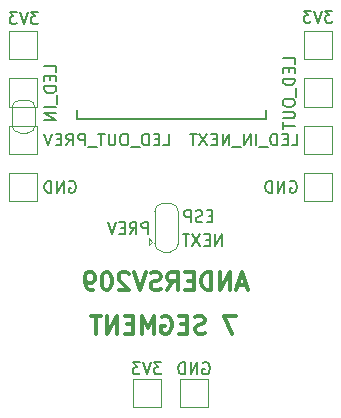
<source format=gbr>
G04 #@! TF.GenerationSoftware,KiCad,Pcbnew,(5.0.1)-4*
G04 #@! TF.CreationDate,2019-08-10T21:26:31+02:00*
G04 #@! TF.ProjectId,7segment_mini_module,377365676D656E745F6D696E695F6D6F,rev?*
G04 #@! TF.SameCoordinates,Original*
G04 #@! TF.FileFunction,Legend,Bot*
G04 #@! TF.FilePolarity,Positive*
%FSLAX46Y46*%
G04 Gerber Fmt 4.6, Leading zero omitted, Abs format (unit mm)*
G04 Created by KiCad (PCBNEW (5.0.1)-4) date 10-08-2019 21:26:31*
%MOMM*%
%LPD*%
G01*
G04 APERTURE LIST*
%ADD10C,0.300000*%
%ADD11C,0.200000*%
%ADD12C,0.152400*%
%ADD13C,0.120000*%
%ADD14C,0.150000*%
G04 APERTURE END LIST*
D10*
X96907142Y-110778571D02*
X95907142Y-110778571D01*
X96550000Y-112278571D01*
X94264285Y-112207142D02*
X94050000Y-112278571D01*
X93692857Y-112278571D01*
X93550000Y-112207142D01*
X93478571Y-112135714D01*
X93407142Y-111992857D01*
X93407142Y-111850000D01*
X93478571Y-111707142D01*
X93550000Y-111635714D01*
X93692857Y-111564285D01*
X93978571Y-111492857D01*
X94121428Y-111421428D01*
X94192857Y-111350000D01*
X94264285Y-111207142D01*
X94264285Y-111064285D01*
X94192857Y-110921428D01*
X94121428Y-110850000D01*
X93978571Y-110778571D01*
X93621428Y-110778571D01*
X93407142Y-110850000D01*
X92764285Y-111492857D02*
X92264285Y-111492857D01*
X92050000Y-112278571D02*
X92764285Y-112278571D01*
X92764285Y-110778571D01*
X92050000Y-110778571D01*
X90621428Y-110850000D02*
X90764285Y-110778571D01*
X90978571Y-110778571D01*
X91192857Y-110850000D01*
X91335714Y-110992857D01*
X91407142Y-111135714D01*
X91478571Y-111421428D01*
X91478571Y-111635714D01*
X91407142Y-111921428D01*
X91335714Y-112064285D01*
X91192857Y-112207142D01*
X90978571Y-112278571D01*
X90835714Y-112278571D01*
X90621428Y-112207142D01*
X90550000Y-112135714D01*
X90550000Y-111635714D01*
X90835714Y-111635714D01*
X89907142Y-112278571D02*
X89907142Y-110778571D01*
X89407142Y-111850000D01*
X88907142Y-110778571D01*
X88907142Y-112278571D01*
X88192857Y-111492857D02*
X87692857Y-111492857D01*
X87478571Y-112278571D02*
X88192857Y-112278571D01*
X88192857Y-110778571D01*
X87478571Y-110778571D01*
X86835714Y-112278571D02*
X86835714Y-110778571D01*
X85978571Y-112278571D01*
X85978571Y-110778571D01*
X85478571Y-110778571D02*
X84621428Y-110778571D01*
X85050000Y-112278571D02*
X85050000Y-110778571D01*
X97721428Y-108150000D02*
X97007142Y-108150000D01*
X97864285Y-108578571D02*
X97364285Y-107078571D01*
X96864285Y-108578571D01*
X96364285Y-108578571D02*
X96364285Y-107078571D01*
X95507142Y-108578571D01*
X95507142Y-107078571D01*
X94792857Y-108578571D02*
X94792857Y-107078571D01*
X94435714Y-107078571D01*
X94221428Y-107150000D01*
X94078571Y-107292857D01*
X94007142Y-107435714D01*
X93935714Y-107721428D01*
X93935714Y-107935714D01*
X94007142Y-108221428D01*
X94078571Y-108364285D01*
X94221428Y-108507142D01*
X94435714Y-108578571D01*
X94792857Y-108578571D01*
X93292857Y-107792857D02*
X92792857Y-107792857D01*
X92578571Y-108578571D02*
X93292857Y-108578571D01*
X93292857Y-107078571D01*
X92578571Y-107078571D01*
X91078571Y-108578571D02*
X91578571Y-107864285D01*
X91935714Y-108578571D02*
X91935714Y-107078571D01*
X91364285Y-107078571D01*
X91221428Y-107150000D01*
X91150000Y-107221428D01*
X91078571Y-107364285D01*
X91078571Y-107578571D01*
X91150000Y-107721428D01*
X91221428Y-107792857D01*
X91364285Y-107864285D01*
X91935714Y-107864285D01*
X90507142Y-108507142D02*
X90292857Y-108578571D01*
X89935714Y-108578571D01*
X89792857Y-108507142D01*
X89721428Y-108435714D01*
X89650000Y-108292857D01*
X89650000Y-108150000D01*
X89721428Y-108007142D01*
X89792857Y-107935714D01*
X89935714Y-107864285D01*
X90221428Y-107792857D01*
X90364285Y-107721428D01*
X90435714Y-107650000D01*
X90507142Y-107507142D01*
X90507142Y-107364285D01*
X90435714Y-107221428D01*
X90364285Y-107150000D01*
X90221428Y-107078571D01*
X89864285Y-107078571D01*
X89650000Y-107150000D01*
X89221428Y-107078571D02*
X88721428Y-108578571D01*
X88221428Y-107078571D01*
X87792857Y-107221428D02*
X87721428Y-107150000D01*
X87578571Y-107078571D01*
X87221428Y-107078571D01*
X87078571Y-107150000D01*
X87007142Y-107221428D01*
X86935714Y-107364285D01*
X86935714Y-107507142D01*
X87007142Y-107721428D01*
X87864285Y-108578571D01*
X86935714Y-108578571D01*
X86007142Y-107078571D02*
X85864285Y-107078571D01*
X85721428Y-107150000D01*
X85650000Y-107221428D01*
X85578571Y-107364285D01*
X85507142Y-107650000D01*
X85507142Y-108007142D01*
X85578571Y-108292857D01*
X85650000Y-108435714D01*
X85721428Y-108507142D01*
X85864285Y-108578571D01*
X86007142Y-108578571D01*
X86150000Y-108507142D01*
X86221428Y-108435714D01*
X86292857Y-108292857D01*
X86364285Y-108007142D01*
X86364285Y-107650000D01*
X86292857Y-107364285D01*
X86221428Y-107221428D01*
X86150000Y-107150000D01*
X86007142Y-107078571D01*
X84792857Y-108578571D02*
X84507142Y-108578571D01*
X84364285Y-108507142D01*
X84292857Y-108435714D01*
X84150000Y-108221428D01*
X84078571Y-107935714D01*
X84078571Y-107364285D01*
X84150000Y-107221428D01*
X84221428Y-107150000D01*
X84364285Y-107078571D01*
X84650000Y-107078571D01*
X84792857Y-107150000D01*
X84864285Y-107221428D01*
X84935714Y-107364285D01*
X84935714Y-107721428D01*
X84864285Y-107864285D01*
X84792857Y-107935714D01*
X84650000Y-108007142D01*
X84364285Y-108007142D01*
X84221428Y-107935714D01*
X84150000Y-107864285D01*
X84078571Y-107721428D01*
D11*
X89442857Y-103852380D02*
X89442857Y-102852380D01*
X89061904Y-102852380D01*
X88966666Y-102900000D01*
X88919047Y-102947619D01*
X88871428Y-103042857D01*
X88871428Y-103185714D01*
X88919047Y-103280952D01*
X88966666Y-103328571D01*
X89061904Y-103376190D01*
X89442857Y-103376190D01*
X87871428Y-103852380D02*
X88204761Y-103376190D01*
X88442857Y-103852380D02*
X88442857Y-102852380D01*
X88061904Y-102852380D01*
X87966666Y-102900000D01*
X87919047Y-102947619D01*
X87871428Y-103042857D01*
X87871428Y-103185714D01*
X87919047Y-103280952D01*
X87966666Y-103328571D01*
X88061904Y-103376190D01*
X88442857Y-103376190D01*
X87442857Y-103328571D02*
X87109523Y-103328571D01*
X86966666Y-103852380D02*
X87442857Y-103852380D01*
X87442857Y-102852380D01*
X86966666Y-102852380D01*
X86680952Y-102852380D02*
X86347619Y-103852380D01*
X86014285Y-102852380D01*
X95695238Y-104852380D02*
X95695238Y-103852380D01*
X95123809Y-104852380D01*
X95123809Y-103852380D01*
X94647619Y-104328571D02*
X94314285Y-104328571D01*
X94171428Y-104852380D02*
X94647619Y-104852380D01*
X94647619Y-103852380D01*
X94171428Y-103852380D01*
X93838095Y-103852380D02*
X93171428Y-104852380D01*
X93171428Y-103852380D02*
X93838095Y-104852380D01*
X92933333Y-103852380D02*
X92361904Y-103852380D01*
X92647619Y-104852380D02*
X92647619Y-103852380D01*
X94890476Y-102328571D02*
X94557142Y-102328571D01*
X94414285Y-102852380D02*
X94890476Y-102852380D01*
X94890476Y-101852380D01*
X94414285Y-101852380D01*
X94033333Y-102804761D02*
X93890476Y-102852380D01*
X93652380Y-102852380D01*
X93557142Y-102804761D01*
X93509523Y-102757142D01*
X93461904Y-102661904D01*
X93461904Y-102566666D01*
X93509523Y-102471428D01*
X93557142Y-102423809D01*
X93652380Y-102376190D01*
X93842857Y-102328571D01*
X93938095Y-102280952D01*
X93985714Y-102233333D01*
X94033333Y-102138095D01*
X94033333Y-102042857D01*
X93985714Y-101947619D01*
X93938095Y-101900000D01*
X93842857Y-101852380D01*
X93604761Y-101852380D01*
X93461904Y-101900000D01*
X93033333Y-102852380D02*
X93033333Y-101852380D01*
X92652380Y-101852380D01*
X92557142Y-101900000D01*
X92509523Y-101947619D01*
X92461904Y-102042857D01*
X92461904Y-102185714D01*
X92509523Y-102280952D01*
X92557142Y-102328571D01*
X92652380Y-102376190D01*
X93033333Y-102376190D01*
D12*
G04 #@! TO.C,U1*
X83414000Y-94121000D02*
X83414000Y-93359000D01*
X99416000Y-94121000D02*
X83414000Y-94121000D01*
X99416000Y-93359000D02*
X99416000Y-94121000D01*
D13*
G04 #@! TO.C,JP1*
X89800000Y-104500000D02*
X89500000Y-104200000D01*
X89500000Y-104800000D02*
X89500000Y-104200000D01*
X89800000Y-104500000D02*
X89500000Y-104800000D01*
X90700000Y-105350000D02*
X91300000Y-105350000D01*
X90000000Y-101900000D02*
X90000000Y-104700000D01*
X91300000Y-101250000D02*
X90700000Y-101250000D01*
X92000000Y-104700000D02*
X92000000Y-101900000D01*
X92000000Y-101950000D02*
G75*
G03X91300000Y-101250000I-700000J0D01*
G01*
X90700000Y-101250000D02*
G75*
G03X90000000Y-101950000I0J-700000D01*
G01*
X90000000Y-104650000D02*
G75*
G03X90700000Y-105350000I700000J0D01*
G01*
X91300000Y-105350000D02*
G75*
G03X92000000Y-104650000I0J700000D01*
G01*
G04 #@! TO.C,JP2*
X77900000Y-94600000D02*
G75*
G03X78600000Y-95300000I700000J0D01*
G01*
X79200000Y-95300000D02*
G75*
G03X79900000Y-94600000I0J700000D01*
G01*
X79900000Y-93200000D02*
G75*
G03X79200000Y-92500000I-700000J0D01*
G01*
X78600000Y-92500000D02*
G75*
G03X77900000Y-93200000I0J-700000D01*
G01*
X79200000Y-92500000D02*
X78600000Y-92500000D01*
X79900000Y-94600000D02*
X79900000Y-93200000D01*
X78600000Y-95300000D02*
X79200000Y-95300000D01*
X77900000Y-93200000D02*
X77900000Y-94600000D01*
G04 #@! TO.C,TP1*
X102600000Y-89075000D02*
X105000000Y-89075000D01*
X105000000Y-89075000D02*
X105000000Y-86675000D01*
X105000000Y-86675000D02*
X102600000Y-86675000D01*
X102600000Y-86675000D02*
X102600000Y-89075000D01*
G04 #@! TO.C,TP2*
X77650000Y-89075000D02*
X80050000Y-89075000D01*
X80050000Y-89075000D02*
X80050000Y-86675000D01*
X80050000Y-86675000D02*
X77650000Y-86675000D01*
X77650000Y-86675000D02*
X77650000Y-89075000D01*
G04 #@! TO.C,TP3*
X77650000Y-90675000D02*
X77650000Y-93075000D01*
X80050000Y-90675000D02*
X77650000Y-90675000D01*
X80050000Y-93075000D02*
X80050000Y-90675000D01*
X77650000Y-93075000D02*
X80050000Y-93075000D01*
G04 #@! TO.C,TP4*
X102600000Y-90675000D02*
X102600000Y-93075000D01*
X105000000Y-90675000D02*
X102600000Y-90675000D01*
X105000000Y-93075000D02*
X105000000Y-90675000D01*
X102600000Y-93075000D02*
X105000000Y-93075000D01*
G04 #@! TO.C,TP5*
X77650000Y-97075000D02*
X80050000Y-97075000D01*
X80050000Y-97075000D02*
X80050000Y-94675000D01*
X80050000Y-94675000D02*
X77650000Y-94675000D01*
X77650000Y-94675000D02*
X77650000Y-97075000D01*
G04 #@! TO.C,TP6*
X102600000Y-97075000D02*
X105000000Y-97075000D01*
X105000000Y-97075000D02*
X105000000Y-94675000D01*
X105000000Y-94675000D02*
X102600000Y-94675000D01*
X102600000Y-94675000D02*
X102600000Y-97075000D01*
G04 #@! TO.C,TP7*
X77650000Y-98675000D02*
X77650000Y-101075000D01*
X80050000Y-98675000D02*
X77650000Y-98675000D01*
X80050000Y-101075000D02*
X80050000Y-98675000D01*
X77650000Y-101075000D02*
X80050000Y-101075000D01*
G04 #@! TO.C,TP8*
X102600000Y-98675000D02*
X102600000Y-101075000D01*
X105000000Y-98675000D02*
X102600000Y-98675000D01*
X105000000Y-101075000D02*
X105000000Y-98675000D01*
X102600000Y-101075000D02*
X105000000Y-101075000D01*
G04 #@! TO.C,TP9*
X88130000Y-116125001D02*
X88130000Y-118525001D01*
X90530000Y-116125001D02*
X88130000Y-116125001D01*
X90530000Y-118525001D02*
X90530000Y-116125001D01*
X88130000Y-118525001D02*
X90530000Y-118525001D01*
G04 #@! TO.C,TP10*
X92130000Y-118525001D02*
X94530000Y-118525001D01*
X94530000Y-118525001D02*
X94530000Y-116125001D01*
X94530000Y-116125001D02*
X92130000Y-116125001D01*
X92130000Y-116125001D02*
X92130000Y-118525001D01*
G04 #@! TO.C,TP1*
D14*
X105038095Y-84952380D02*
X104419047Y-84952380D01*
X104752380Y-85333333D01*
X104609523Y-85333333D01*
X104514285Y-85380952D01*
X104466666Y-85428571D01*
X104419047Y-85523809D01*
X104419047Y-85761904D01*
X104466666Y-85857142D01*
X104514285Y-85904761D01*
X104609523Y-85952380D01*
X104895238Y-85952380D01*
X104990476Y-85904761D01*
X105038095Y-85857142D01*
X104133333Y-84952380D02*
X103800000Y-85952380D01*
X103466666Y-84952380D01*
X103228571Y-84952380D02*
X102609523Y-84952380D01*
X102942857Y-85333333D01*
X102800000Y-85333333D01*
X102704761Y-85380952D01*
X102657142Y-85428571D01*
X102609523Y-85523809D01*
X102609523Y-85761904D01*
X102657142Y-85857142D01*
X102704761Y-85904761D01*
X102800000Y-85952380D01*
X103085714Y-85952380D01*
X103180952Y-85904761D01*
X103228571Y-85857142D01*
G04 #@! TO.C,TP2*
X80138095Y-85052380D02*
X79519047Y-85052380D01*
X79852380Y-85433333D01*
X79709523Y-85433333D01*
X79614285Y-85480952D01*
X79566666Y-85528571D01*
X79519047Y-85623809D01*
X79519047Y-85861904D01*
X79566666Y-85957142D01*
X79614285Y-86004761D01*
X79709523Y-86052380D01*
X79995238Y-86052380D01*
X80090476Y-86004761D01*
X80138095Y-85957142D01*
X79233333Y-85052380D02*
X78900000Y-86052380D01*
X78566666Y-85052380D01*
X78328571Y-85052380D02*
X77709523Y-85052380D01*
X78042857Y-85433333D01*
X77900000Y-85433333D01*
X77804761Y-85480952D01*
X77757142Y-85528571D01*
X77709523Y-85623809D01*
X77709523Y-85861904D01*
X77757142Y-85957142D01*
X77804761Y-86004761D01*
X77900000Y-86052380D01*
X78185714Y-86052380D01*
X78280952Y-86004761D01*
X78328571Y-85957142D01*
G04 #@! TO.C,TP3*
X81652380Y-90114285D02*
X81652380Y-89638095D01*
X80652380Y-89638095D01*
X81128571Y-90447619D02*
X81128571Y-90780952D01*
X81652380Y-90923809D02*
X81652380Y-90447619D01*
X80652380Y-90447619D01*
X80652380Y-90923809D01*
X81652380Y-91352380D02*
X80652380Y-91352380D01*
X80652380Y-91590476D01*
X80700000Y-91733333D01*
X80795238Y-91828571D01*
X80890476Y-91876190D01*
X81080952Y-91923809D01*
X81223809Y-91923809D01*
X81414285Y-91876190D01*
X81509523Y-91828571D01*
X81604761Y-91733333D01*
X81652380Y-91590476D01*
X81652380Y-91352380D01*
X81747619Y-92114285D02*
X81747619Y-92876190D01*
X81652380Y-93114285D02*
X80652380Y-93114285D01*
X81652380Y-93590476D02*
X80652380Y-93590476D01*
X81652380Y-94161904D01*
X80652380Y-94161904D01*
G04 #@! TO.C,TP4*
X101852380Y-89447619D02*
X101852380Y-88971428D01*
X100852380Y-88971428D01*
X101328571Y-89780952D02*
X101328571Y-90114285D01*
X101852380Y-90257142D02*
X101852380Y-89780952D01*
X100852380Y-89780952D01*
X100852380Y-90257142D01*
X101852380Y-90685714D02*
X100852380Y-90685714D01*
X100852380Y-90923809D01*
X100900000Y-91066666D01*
X100995238Y-91161904D01*
X101090476Y-91209523D01*
X101280952Y-91257142D01*
X101423809Y-91257142D01*
X101614285Y-91209523D01*
X101709523Y-91161904D01*
X101804761Y-91066666D01*
X101852380Y-90923809D01*
X101852380Y-90685714D01*
X101947619Y-91447619D02*
X101947619Y-92209523D01*
X100852380Y-92638095D02*
X100852380Y-92828571D01*
X100900000Y-92923809D01*
X100995238Y-93019047D01*
X101185714Y-93066666D01*
X101519047Y-93066666D01*
X101709523Y-93019047D01*
X101804761Y-92923809D01*
X101852380Y-92828571D01*
X101852380Y-92638095D01*
X101804761Y-92542857D01*
X101709523Y-92447619D01*
X101519047Y-92400000D01*
X101185714Y-92400000D01*
X100995238Y-92447619D01*
X100900000Y-92542857D01*
X100852380Y-92638095D01*
X100852380Y-93495238D02*
X101661904Y-93495238D01*
X101757142Y-93542857D01*
X101804761Y-93590476D01*
X101852380Y-93685714D01*
X101852380Y-93876190D01*
X101804761Y-93971428D01*
X101757142Y-94019047D01*
X101661904Y-94066666D01*
X100852380Y-94066666D01*
X100852380Y-94400000D02*
X100852380Y-94971428D01*
X101852380Y-94685714D02*
X100852380Y-94685714D01*
G04 #@! TO.C,TP5*
X90714285Y-96352380D02*
X91190476Y-96352380D01*
X91190476Y-95352380D01*
X90380952Y-95828571D02*
X90047619Y-95828571D01*
X89904761Y-96352380D02*
X90380952Y-96352380D01*
X90380952Y-95352380D01*
X89904761Y-95352380D01*
X89476190Y-96352380D02*
X89476190Y-95352380D01*
X89238095Y-95352380D01*
X89095238Y-95400000D01*
X89000000Y-95495238D01*
X88952380Y-95590476D01*
X88904761Y-95780952D01*
X88904761Y-95923809D01*
X88952380Y-96114285D01*
X89000000Y-96209523D01*
X89095238Y-96304761D01*
X89238095Y-96352380D01*
X89476190Y-96352380D01*
X88714285Y-96447619D02*
X87952380Y-96447619D01*
X87523809Y-95352380D02*
X87333333Y-95352380D01*
X87238095Y-95400000D01*
X87142857Y-95495238D01*
X87095238Y-95685714D01*
X87095238Y-96019047D01*
X87142857Y-96209523D01*
X87238095Y-96304761D01*
X87333333Y-96352380D01*
X87523809Y-96352380D01*
X87619047Y-96304761D01*
X87714285Y-96209523D01*
X87761904Y-96019047D01*
X87761904Y-95685714D01*
X87714285Y-95495238D01*
X87619047Y-95400000D01*
X87523809Y-95352380D01*
X86666666Y-95352380D02*
X86666666Y-96161904D01*
X86619047Y-96257142D01*
X86571428Y-96304761D01*
X86476190Y-96352380D01*
X86285714Y-96352380D01*
X86190476Y-96304761D01*
X86142857Y-96257142D01*
X86095238Y-96161904D01*
X86095238Y-95352380D01*
X85761904Y-95352380D02*
X85190476Y-95352380D01*
X85476190Y-96352380D02*
X85476190Y-95352380D01*
X85095238Y-96447619D02*
X84333333Y-96447619D01*
X84095238Y-96352380D02*
X84095238Y-95352380D01*
X83714285Y-95352380D01*
X83619047Y-95400000D01*
X83571428Y-95447619D01*
X83523809Y-95542857D01*
X83523809Y-95685714D01*
X83571428Y-95780952D01*
X83619047Y-95828571D01*
X83714285Y-95876190D01*
X84095238Y-95876190D01*
X82523809Y-96352380D02*
X82857142Y-95876190D01*
X83095238Y-96352380D02*
X83095238Y-95352380D01*
X82714285Y-95352380D01*
X82619047Y-95400000D01*
X82571428Y-95447619D01*
X82523809Y-95542857D01*
X82523809Y-95685714D01*
X82571428Y-95780952D01*
X82619047Y-95828571D01*
X82714285Y-95876190D01*
X83095238Y-95876190D01*
X82095238Y-95828571D02*
X81761904Y-95828571D01*
X81619047Y-96352380D02*
X82095238Y-96352380D01*
X82095238Y-95352380D01*
X81619047Y-95352380D01*
X81333333Y-95352380D02*
X81000000Y-96352380D01*
X80666666Y-95352380D01*
G04 #@! TO.C,TP6*
X101600000Y-96352380D02*
X102076190Y-96352380D01*
X102076190Y-95352380D01*
X101266666Y-95828571D02*
X100933333Y-95828571D01*
X100790476Y-96352380D02*
X101266666Y-96352380D01*
X101266666Y-95352380D01*
X100790476Y-95352380D01*
X100361904Y-96352380D02*
X100361904Y-95352380D01*
X100123809Y-95352380D01*
X99980952Y-95400000D01*
X99885714Y-95495238D01*
X99838095Y-95590476D01*
X99790476Y-95780952D01*
X99790476Y-95923809D01*
X99838095Y-96114285D01*
X99885714Y-96209523D01*
X99980952Y-96304761D01*
X100123809Y-96352380D01*
X100361904Y-96352380D01*
X99600000Y-96447619D02*
X98838095Y-96447619D01*
X98600000Y-96352380D02*
X98600000Y-95352380D01*
X98123809Y-96352380D02*
X98123809Y-95352380D01*
X97552380Y-96352380D01*
X97552380Y-95352380D01*
X97314285Y-96447619D02*
X96552380Y-96447619D01*
X96314285Y-96352380D02*
X96314285Y-95352380D01*
X95742857Y-96352380D01*
X95742857Y-95352380D01*
X95266666Y-95828571D02*
X94933333Y-95828571D01*
X94790476Y-96352380D02*
X95266666Y-96352380D01*
X95266666Y-95352380D01*
X94790476Y-95352380D01*
X94457142Y-95352380D02*
X93790476Y-96352380D01*
X93790476Y-95352380D02*
X94457142Y-96352380D01*
X93552380Y-95352380D02*
X92980952Y-95352380D01*
X93266666Y-96352380D02*
X93266666Y-95352380D01*
G04 #@! TO.C,TP7*
X82761904Y-99400000D02*
X82857142Y-99352380D01*
X83000000Y-99352380D01*
X83142857Y-99400000D01*
X83238095Y-99495238D01*
X83285714Y-99590476D01*
X83333333Y-99780952D01*
X83333333Y-99923809D01*
X83285714Y-100114285D01*
X83238095Y-100209523D01*
X83142857Y-100304761D01*
X83000000Y-100352380D01*
X82904761Y-100352380D01*
X82761904Y-100304761D01*
X82714285Y-100257142D01*
X82714285Y-99923809D01*
X82904761Y-99923809D01*
X82285714Y-100352380D02*
X82285714Y-99352380D01*
X81714285Y-100352380D01*
X81714285Y-99352380D01*
X81238095Y-100352380D02*
X81238095Y-99352380D01*
X81000000Y-99352380D01*
X80857142Y-99400000D01*
X80761904Y-99495238D01*
X80714285Y-99590476D01*
X80666666Y-99780952D01*
X80666666Y-99923809D01*
X80714285Y-100114285D01*
X80761904Y-100209523D01*
X80857142Y-100304761D01*
X81000000Y-100352380D01*
X81238095Y-100352380D01*
G04 #@! TO.C,TP8*
X101461904Y-99400000D02*
X101557142Y-99352380D01*
X101700000Y-99352380D01*
X101842857Y-99400000D01*
X101938095Y-99495238D01*
X101985714Y-99590476D01*
X102033333Y-99780952D01*
X102033333Y-99923809D01*
X101985714Y-100114285D01*
X101938095Y-100209523D01*
X101842857Y-100304761D01*
X101700000Y-100352380D01*
X101604761Y-100352380D01*
X101461904Y-100304761D01*
X101414285Y-100257142D01*
X101414285Y-99923809D01*
X101604761Y-99923809D01*
X100985714Y-100352380D02*
X100985714Y-99352380D01*
X100414285Y-100352380D01*
X100414285Y-99352380D01*
X99938095Y-100352380D02*
X99938095Y-99352380D01*
X99700000Y-99352380D01*
X99557142Y-99400000D01*
X99461904Y-99495238D01*
X99414285Y-99590476D01*
X99366666Y-99780952D01*
X99366666Y-99923809D01*
X99414285Y-100114285D01*
X99461904Y-100209523D01*
X99557142Y-100304761D01*
X99700000Y-100352380D01*
X99938095Y-100352380D01*
G04 #@! TO.C,TP9*
X90568095Y-114727381D02*
X89949047Y-114727381D01*
X90282380Y-115108334D01*
X90139523Y-115108334D01*
X90044285Y-115155953D01*
X89996666Y-115203572D01*
X89949047Y-115298810D01*
X89949047Y-115536905D01*
X89996666Y-115632143D01*
X90044285Y-115679762D01*
X90139523Y-115727381D01*
X90425238Y-115727381D01*
X90520476Y-115679762D01*
X90568095Y-115632143D01*
X89663333Y-114727381D02*
X89330000Y-115727381D01*
X88996666Y-114727381D01*
X88758571Y-114727381D02*
X88139523Y-114727381D01*
X88472857Y-115108334D01*
X88330000Y-115108334D01*
X88234761Y-115155953D01*
X88187142Y-115203572D01*
X88139523Y-115298810D01*
X88139523Y-115536905D01*
X88187142Y-115632143D01*
X88234761Y-115679762D01*
X88330000Y-115727381D01*
X88615714Y-115727381D01*
X88710952Y-115679762D01*
X88758571Y-115632143D01*
G04 #@! TO.C,TP10*
X94091904Y-114775001D02*
X94187142Y-114727381D01*
X94330000Y-114727381D01*
X94472857Y-114775001D01*
X94568095Y-114870239D01*
X94615714Y-114965477D01*
X94663333Y-115155953D01*
X94663333Y-115298810D01*
X94615714Y-115489286D01*
X94568095Y-115584524D01*
X94472857Y-115679762D01*
X94330000Y-115727381D01*
X94234761Y-115727381D01*
X94091904Y-115679762D01*
X94044285Y-115632143D01*
X94044285Y-115298810D01*
X94234761Y-115298810D01*
X93615714Y-115727381D02*
X93615714Y-114727381D01*
X93044285Y-115727381D01*
X93044285Y-114727381D01*
X92568095Y-115727381D02*
X92568095Y-114727381D01*
X92330000Y-114727381D01*
X92187142Y-114775001D01*
X92091904Y-114870239D01*
X92044285Y-114965477D01*
X91996666Y-115155953D01*
X91996666Y-115298810D01*
X92044285Y-115489286D01*
X92091904Y-115584524D01*
X92187142Y-115679762D01*
X92330000Y-115727381D01*
X92568095Y-115727381D01*
G04 #@! TD*
M02*

</source>
